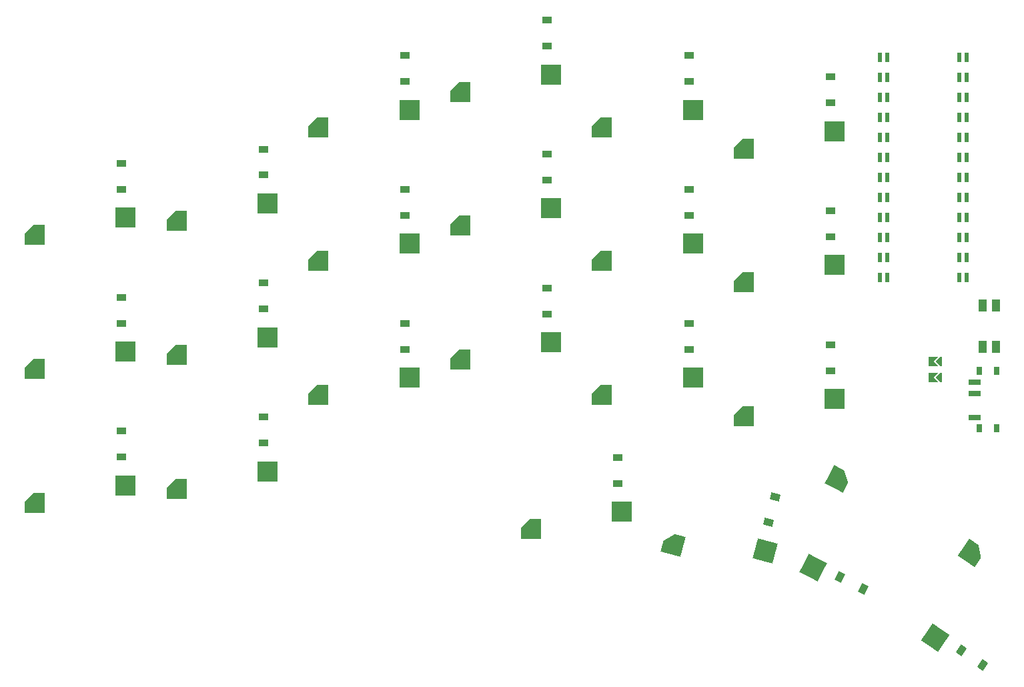
<source format=gbr>
%TF.GenerationSoftware,KiCad,Pcbnew,9.0.2*%
%TF.CreationDate,2025-06-10T18:45:11-06:00*%
%TF.ProjectId,scyboard,73637962-6f61-4726-942e-6b696361645f,1*%
%TF.SameCoordinates,Original*%
%TF.FileFunction,Paste,Top*%
%TF.FilePolarity,Positive*%
%FSLAX46Y46*%
G04 Gerber Fmt 4.6, Leading zero omitted, Abs format (unit mm)*
G04 Created by KiCad (PCBNEW 9.0.2) date 2025-06-10 18:45:11*
%MOMM*%
%LPD*%
G01*
G04 APERTURE LIST*
G04 Aperture macros list*
%AMRotRect*
0 Rectangle, with rotation*
0 The origin of the aperture is its center*
0 $1 length*
0 $2 width*
0 $3 Rotation angle, in degrees counterclockwise*
0 Add horizontal line*
21,1,$1,$2,0,0,$3*%
%AMOutline5P*
0 Free polygon, 5 corners , with rotation*
0 The origin of the aperture is its center*
0 number of corners: always 5*
0 $1 to $10 corner X, Y*
0 $11 Rotation angle, in degrees counterclockwise*
0 create outline with 5 corners*
4,1,5,$1,$2,$3,$4,$5,$6,$7,$8,$9,$10,$1,$2,$11*%
%AMOutline6P*
0 Free polygon, 6 corners , with rotation*
0 The origin of the aperture is its center*
0 number of corners: always 6*
0 $1 to $12 corner X, Y*
0 $13 Rotation angle, in degrees counterclockwise*
0 create outline with 6 corners*
4,1,6,$1,$2,$3,$4,$5,$6,$7,$8,$9,$10,$11,$12,$1,$2,$13*%
%AMOutline7P*
0 Free polygon, 7 corners , with rotation*
0 The origin of the aperture is its center*
0 number of corners: always 7*
0 $1 to $14 corner X, Y*
0 $15 Rotation angle, in degrees counterclockwise*
0 create outline with 7 corners*
4,1,7,$1,$2,$3,$4,$5,$6,$7,$8,$9,$10,$11,$12,$13,$14,$1,$2,$15*%
%AMOutline8P*
0 Free polygon, 8 corners , with rotation*
0 The origin of the aperture is its center*
0 number of corners: always 8*
0 $1 to $16 corner X, Y*
0 $17 Rotation angle, in degrees counterclockwise*
0 create outline with 8 corners*
4,1,8,$1,$2,$3,$4,$5,$6,$7,$8,$9,$10,$11,$12,$13,$14,$15,$16,$1,$2,$17*%
%AMFreePoly0*
4,1,6,0.600000,-1.000000,0.000000,-0.400000,-0.600000,-1.000000,-0.600000,0.250000,0.600000,0.250000,0.600000,-1.000000,0.600000,-1.000000,$1*%
%AMFreePoly1*
4,1,6,0.600000,-0.200000,0.600000,-0.400000,-0.600000,-0.400000,-0.600000,-0.200000,0.000000,0.400000,0.600000,-0.200000,0.600000,-0.200000,$1*%
G04 Aperture macros list end*
%ADD10R,1.200000X0.900000*%
%ADD11R,0.600000X1.200000*%
%ADD12RotRect,0.900000X1.200000X146.000000*%
%ADD13R,0.800000X1.000000*%
%ADD14R,1.500000X0.700000*%
%ADD15RotRect,0.900000X1.200000X255.000000*%
%ADD16FreePoly0,90.000000*%
%ADD17FreePoly1,90.000000*%
%ADD18R,1.000000X1.550000*%
%ADD19RotRect,0.900000X1.200000X153.000000*%
%ADD20Outline5P,-1.300000X1.300000X1.300000X1.300000X1.300000X-0.117000X0.117000X-1.300000X-1.300000X-1.300000X180.000000*%
%ADD21R,2.600000X2.600000*%
%ADD22Outline5P,-1.300000X1.300000X1.300000X1.300000X1.300000X-0.117000X0.117000X-1.300000X-1.300000X-1.300000X56.000000*%
%ADD23RotRect,2.600000X2.600000X56.000000*%
%ADD24Outline5P,-1.300000X1.300000X1.300000X1.300000X1.300000X-0.117000X0.117000X-1.300000X-1.300000X-1.300000X165.000000*%
%ADD25RotRect,2.600000X2.600000X165.000000*%
%ADD26Outline5P,-1.300000X1.300000X1.300000X1.300000X1.300000X-0.117000X0.117000X-1.300000X-1.300000X-1.300000X63.000000*%
%ADD27RotRect,2.600000X2.600000X63.000000*%
G04 APERTURE END LIST*
D10*
%TO.C,D24*%
X57750000Y-79850000D03*
X57750000Y-83150000D03*
%TD*%
D11*
%TO.C,MCU1*%
X164980000Y-49445000D03*
X164980000Y-51985000D03*
X164980000Y-54525000D03*
X164980000Y-57065000D03*
X164980000Y-59605000D03*
X164980000Y-62145000D03*
X164980000Y-64685000D03*
X164980000Y-67225000D03*
X164980000Y-69765000D03*
X164980000Y-72305000D03*
X164980000Y-74845000D03*
X164980000Y-77385000D03*
X154020000Y-77385000D03*
X154020000Y-74845000D03*
X154020000Y-72305000D03*
X154020000Y-69765000D03*
X154020000Y-67225000D03*
X154020000Y-64685000D03*
X154020000Y-62145000D03*
X154020000Y-59605000D03*
X154020000Y-57065000D03*
X154020000Y-54525000D03*
X154020000Y-51985000D03*
X154020000Y-49445000D03*
X164080000Y-49445000D03*
X164080000Y-51985000D03*
X164080000Y-54525000D03*
X164080000Y-57065000D03*
X164080000Y-59605000D03*
X164080000Y-62145000D03*
X164080000Y-64685000D03*
X164080000Y-67225000D03*
X164080000Y-69765000D03*
X164080000Y-72305000D03*
X164080000Y-74845000D03*
X164080000Y-77385000D03*
X154920000Y-77385000D03*
X154920000Y-74845000D03*
X154920000Y-72305000D03*
X154920000Y-69765000D03*
X154920000Y-67225000D03*
X154920000Y-64685000D03*
X154920000Y-62145000D03*
X154920000Y-59605000D03*
X154920000Y-57065000D03*
X154920000Y-54525000D03*
X154920000Y-51985000D03*
X154920000Y-49445000D03*
%TD*%
D10*
%TO.C,D35*%
X129750000Y-83170000D03*
X129750000Y-86470000D03*
%TD*%
D12*
%TO.C,D44*%
X167077712Y-126506468D03*
X164341888Y-124661132D03*
%TD*%
D10*
%TO.C,D25*%
X57750000Y-62850000D03*
X57750000Y-66150000D03*
%TD*%
%TO.C,D32*%
X111750000Y-78670000D03*
X111750000Y-81970000D03*
%TD*%
%TO.C,D30*%
X93750000Y-66170000D03*
X93750000Y-69470000D03*
%TD*%
%TO.C,D31*%
X93750000Y-49170000D03*
X93750000Y-52470000D03*
%TD*%
%TO.C,D40*%
X147750000Y-51870000D03*
X147750000Y-55170000D03*
%TD*%
%TO.C,D23*%
X57750000Y-96850000D03*
X57750000Y-100150000D03*
%TD*%
D13*
%TO.C,PWR1*%
X166640000Y-89220000D03*
X166640000Y-96520000D03*
X168850000Y-89220000D03*
X168850000Y-96520000D03*
D14*
X165990000Y-95120000D03*
X165990000Y-92120000D03*
X165990000Y-90620000D03*
%TD*%
D10*
%TO.C,D29*%
X93750000Y-83170000D03*
X93750000Y-86470000D03*
%TD*%
%TO.C,D37*%
X129750000Y-49170000D03*
X129750000Y-52470000D03*
%TD*%
D15*
%TO.C,D42*%
X140741250Y-105243222D03*
X139887150Y-108430778D03*
%TD*%
D16*
%TO.C,JST1*%
X160409000Y-88030000D03*
X160409000Y-90030000D03*
D17*
X161425000Y-88030000D03*
X161425000Y-90030000D03*
%TD*%
D10*
%TO.C,D26*%
X75750000Y-95050000D03*
X75750000Y-98350000D03*
%TD*%
D18*
%TO.C,RST1*%
X168734000Y-86145000D03*
X167034000Y-86145000D03*
X168734000Y-80895000D03*
X167034000Y-80895000D03*
%TD*%
D10*
%TO.C,D33*%
X111750000Y-61670000D03*
X111750000Y-64970000D03*
%TD*%
%TO.C,D28*%
X75750000Y-61050000D03*
X75750000Y-64350000D03*
%TD*%
%TO.C,D41*%
X120750000Y-100170000D03*
X120750000Y-103470000D03*
%TD*%
D19*
%TO.C,D43*%
X151888261Y-116855384D03*
X148947939Y-115357216D03*
%TD*%
D10*
%TO.C,D39*%
X147750000Y-68870000D03*
X147750000Y-72170000D03*
%TD*%
%TO.C,D34*%
X111750000Y-44670000D03*
X111750000Y-47970000D03*
%TD*%
%TO.C,D38*%
X147750000Y-85870000D03*
X147750000Y-89170000D03*
%TD*%
%TO.C,D36*%
X129750000Y-66170000D03*
X129750000Y-69470000D03*
%TD*%
%TO.C,D27*%
X75750000Y-78050000D03*
X75750000Y-81350000D03*
%TD*%
D20*
%TO.C,S3*%
X46725000Y-71950000D03*
D21*
X58275000Y-69750000D03*
%TD*%
D20*
%TO.C,S7*%
X82725000Y-92270000D03*
D21*
X94275000Y-90070000D03*
%TD*%
D20*
%TO.C,S6*%
X64725000Y-70150000D03*
D21*
X76275000Y-67950000D03*
%TD*%
D20*
%TO.C,S11*%
X100725000Y-70770000D03*
D21*
X112275000Y-68570000D03*
%TD*%
D20*
%TO.C,S18*%
X136725000Y-60970000D03*
D21*
X148275000Y-58770000D03*
%TD*%
D22*
%TO.C,S22*%
X165698583Y-112277704D03*
D23*
X161063788Y-123083313D03*
%TD*%
D20*
%TO.C,S10*%
X100725000Y-87770000D03*
D21*
X112275000Y-85570000D03*
%TD*%
D20*
%TO.C,S12*%
X100725000Y-53770000D03*
D21*
X112275000Y-51570000D03*
%TD*%
D20*
%TO.C,S8*%
X82725000Y-75270000D03*
D21*
X94275000Y-73070000D03*
%TD*%
D20*
%TO.C,S19*%
X109725000Y-109270000D03*
D21*
X121275000Y-107070000D03*
%TD*%
D20*
%TO.C,S1*%
X46725000Y-105950000D03*
D21*
X58275000Y-103750000D03*
%TD*%
D20*
%TO.C,S15*%
X118725000Y-58270000D03*
D21*
X130275000Y-56070000D03*
%TD*%
D20*
%TO.C,S16*%
X136725000Y-94970000D03*
D21*
X148275000Y-92770000D03*
%TD*%
D24*
%TO.C,S20*%
X127736620Y-111179626D03*
D25*
X139462465Y-112043949D03*
%TD*%
D20*
%TO.C,S14*%
X118725000Y-75270000D03*
D21*
X130275000Y-73070000D03*
%TD*%
D20*
%TO.C,S2*%
X46725000Y-88950000D03*
D21*
X58275000Y-86750000D03*
%TD*%
D20*
%TO.C,S13*%
X118725000Y-92270000D03*
D21*
X130275000Y-90070000D03*
%TD*%
D20*
%TO.C,S4*%
X64725000Y-104150000D03*
D21*
X76275000Y-101950000D03*
%TD*%
D20*
%TO.C,S17*%
X136725000Y-77970000D03*
D21*
X148275000Y-75770000D03*
%TD*%
D26*
%TO.C,S21*%
X148785330Y-102900710D03*
D27*
X145501954Y-114190615D03*
%TD*%
D20*
%TO.C,S9*%
X82725000Y-58270000D03*
D21*
X94275000Y-56070000D03*
%TD*%
D20*
%TO.C,S5*%
X64725000Y-87150000D03*
D21*
X76275000Y-84950000D03*
%TD*%
M02*

</source>
